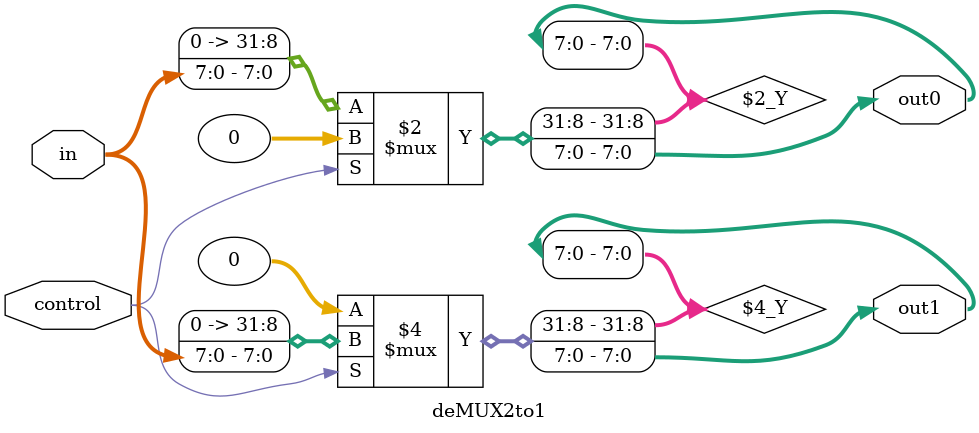
<source format=v>
/*

*/

module deMUX2to1 (
    control,
    in,
    out0,
    out1
);

parameter WIDTH = 8;

input control;
input [WIDTH-1:0] in;
output [WIDTH-1:0] out0;
output [WIDTH-1:0] out1;

assign out0 = control ? 0 : in;
assign out1 = control ? in : 0;
    
endmodule
</source>
